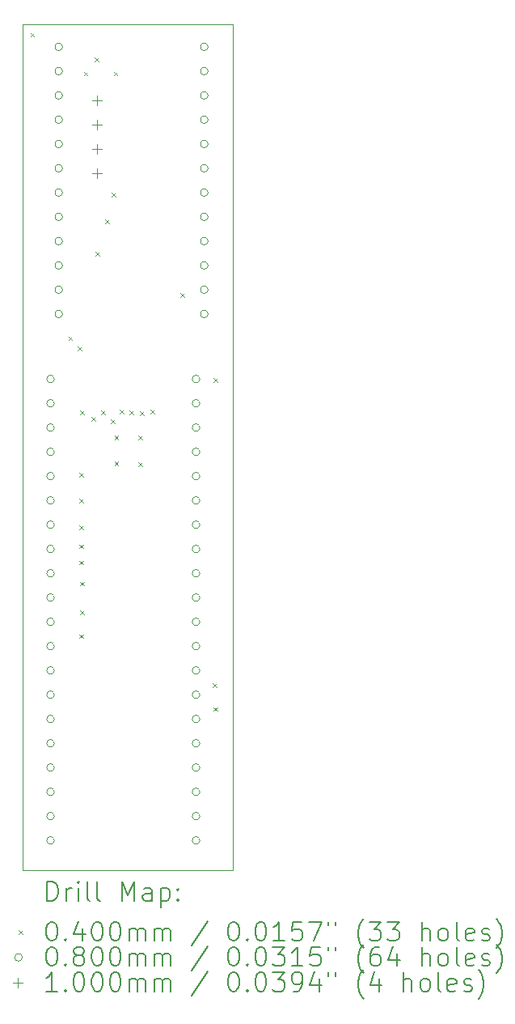
<source format=gbr>
%TF.GenerationSoftware,KiCad,Pcbnew,8.0.3*%
%TF.CreationDate,2024-06-20T16:00:32+02:00*%
%TF.ProjectId,adapter 8913-8910 long board reverse on air,61646170-7465-4722-9038-3931332d3839,rev?*%
%TF.SameCoordinates,Original*%
%TF.FileFunction,Drillmap*%
%TF.FilePolarity,Positive*%
%FSLAX45Y45*%
G04 Gerber Fmt 4.5, Leading zero omitted, Abs format (unit mm)*
G04 Created by KiCad (PCBNEW 8.0.3) date 2024-06-20 16:00:32*
%MOMM*%
%LPD*%
G01*
G04 APERTURE LIST*
%ADD10C,0.100000*%
%ADD11C,0.200000*%
G04 APERTURE END LIST*
D10*
X16140000Y-5850000D02*
X18340000Y-5850000D01*
X18340000Y-14700000D01*
X16140000Y-14700000D01*
X16140000Y-5850000D01*
D11*
D10*
X16219000Y-5940000D02*
X16259000Y-5980000D01*
X16259000Y-5940000D02*
X16219000Y-5980000D01*
X16619000Y-9115000D02*
X16659000Y-9155000D01*
X16659000Y-9115000D02*
X16619000Y-9155000D01*
X16718000Y-9218000D02*
X16758000Y-9258000D01*
X16758000Y-9218000D02*
X16718000Y-9258000D01*
X16734999Y-10540000D02*
X16774999Y-10580000D01*
X16774999Y-10540000D02*
X16734999Y-10580000D01*
X16734999Y-10810000D02*
X16774999Y-10850000D01*
X16774999Y-10810000D02*
X16734999Y-10850000D01*
X16734999Y-11090000D02*
X16774999Y-11130000D01*
X16774999Y-11090000D02*
X16734999Y-11130000D01*
X16734999Y-11290000D02*
X16774999Y-11330000D01*
X16774999Y-11290000D02*
X16734999Y-11330000D01*
X16734999Y-11460000D02*
X16774999Y-11500000D01*
X16774999Y-11460000D02*
X16734999Y-11500000D01*
X16734999Y-12230000D02*
X16774999Y-12270000D01*
X16774999Y-12230000D02*
X16734999Y-12270000D01*
X16740000Y-9890000D02*
X16780000Y-9930000D01*
X16780000Y-9890000D02*
X16740000Y-9930000D01*
X16740000Y-11680000D02*
X16780000Y-11720000D01*
X16780000Y-11680000D02*
X16740000Y-11720000D01*
X16740000Y-11980000D02*
X16780000Y-12020000D01*
X16780000Y-11980000D02*
X16740000Y-12020000D01*
X16780000Y-6346000D02*
X16820000Y-6386000D01*
X16820000Y-6346000D02*
X16780000Y-6386000D01*
X16860000Y-9960000D02*
X16900000Y-10000000D01*
X16900000Y-9960000D02*
X16860000Y-10000000D01*
X16895000Y-6199000D02*
X16935000Y-6239000D01*
X16935000Y-6199000D02*
X16895000Y-6239000D01*
X16902000Y-8228000D02*
X16942000Y-8268000D01*
X16942000Y-8228000D02*
X16902000Y-8268000D01*
X16960000Y-9890000D02*
X17000000Y-9930000D01*
X17000000Y-9890000D02*
X16960000Y-9930000D01*
X17004000Y-7890000D02*
X17044000Y-7930000D01*
X17044000Y-7890000D02*
X17004000Y-7930000D01*
X17060000Y-9980000D02*
X17100000Y-10020000D01*
X17100000Y-9980000D02*
X17060000Y-10020000D01*
X17068000Y-7613000D02*
X17108000Y-7653000D01*
X17108000Y-7613000D02*
X17068000Y-7653000D01*
X17092000Y-6345000D02*
X17132000Y-6385000D01*
X17132000Y-6345000D02*
X17092000Y-6385000D01*
X17100000Y-10150000D02*
X17140000Y-10190000D01*
X17140000Y-10150000D02*
X17100000Y-10190000D01*
X17100000Y-10425000D02*
X17140000Y-10465000D01*
X17140000Y-10425000D02*
X17100000Y-10465000D01*
X17154698Y-9883364D02*
X17194698Y-9923364D01*
X17194698Y-9883364D02*
X17154698Y-9923364D01*
X17255001Y-9890000D02*
X17295001Y-9930000D01*
X17295001Y-9890000D02*
X17255001Y-9930000D01*
X17350000Y-10150000D02*
X17390000Y-10190000D01*
X17390000Y-10150000D02*
X17350000Y-10190000D01*
X17350000Y-10430000D02*
X17390000Y-10470000D01*
X17390000Y-10430000D02*
X17350000Y-10470000D01*
X17370000Y-9900000D02*
X17410000Y-9940000D01*
X17410000Y-9900000D02*
X17370000Y-9940000D01*
X17480000Y-9880000D02*
X17520000Y-9920000D01*
X17520000Y-9880000D02*
X17480000Y-9920000D01*
X17790000Y-8660000D02*
X17830000Y-8700000D01*
X17830000Y-8660000D02*
X17790000Y-8700000D01*
X18131000Y-12741000D02*
X18171000Y-12781000D01*
X18171000Y-12741000D02*
X18131000Y-12781000D01*
X18135000Y-9549000D02*
X18175000Y-9589000D01*
X18175000Y-9549000D02*
X18135000Y-9589000D01*
X18138000Y-12993000D02*
X18178000Y-13033000D01*
X18178000Y-12993000D02*
X18138000Y-13033000D01*
X16470000Y-9560000D02*
G75*
G02*
X16390000Y-9560000I-40000J0D01*
G01*
X16390000Y-9560000D02*
G75*
G02*
X16470000Y-9560000I40000J0D01*
G01*
X16470000Y-9814000D02*
G75*
G02*
X16390000Y-9814000I-40000J0D01*
G01*
X16390000Y-9814000D02*
G75*
G02*
X16470000Y-9814000I40000J0D01*
G01*
X16470000Y-10068000D02*
G75*
G02*
X16390000Y-10068000I-40000J0D01*
G01*
X16390000Y-10068000D02*
G75*
G02*
X16470000Y-10068000I40000J0D01*
G01*
X16470000Y-10322000D02*
G75*
G02*
X16390000Y-10322000I-40000J0D01*
G01*
X16390000Y-10322000D02*
G75*
G02*
X16470000Y-10322000I40000J0D01*
G01*
X16470000Y-10576000D02*
G75*
G02*
X16390000Y-10576000I-40000J0D01*
G01*
X16390000Y-10576000D02*
G75*
G02*
X16470000Y-10576000I40000J0D01*
G01*
X16470000Y-10830000D02*
G75*
G02*
X16390000Y-10830000I-40000J0D01*
G01*
X16390000Y-10830000D02*
G75*
G02*
X16470000Y-10830000I40000J0D01*
G01*
X16470000Y-11084000D02*
G75*
G02*
X16390000Y-11084000I-40000J0D01*
G01*
X16390000Y-11084000D02*
G75*
G02*
X16470000Y-11084000I40000J0D01*
G01*
X16470000Y-11338000D02*
G75*
G02*
X16390000Y-11338000I-40000J0D01*
G01*
X16390000Y-11338000D02*
G75*
G02*
X16470000Y-11338000I40000J0D01*
G01*
X16470000Y-11592000D02*
G75*
G02*
X16390000Y-11592000I-40000J0D01*
G01*
X16390000Y-11592000D02*
G75*
G02*
X16470000Y-11592000I40000J0D01*
G01*
X16470000Y-11846000D02*
G75*
G02*
X16390000Y-11846000I-40000J0D01*
G01*
X16390000Y-11846000D02*
G75*
G02*
X16470000Y-11846000I40000J0D01*
G01*
X16470000Y-12100000D02*
G75*
G02*
X16390000Y-12100000I-40000J0D01*
G01*
X16390000Y-12100000D02*
G75*
G02*
X16470000Y-12100000I40000J0D01*
G01*
X16470000Y-12354000D02*
G75*
G02*
X16390000Y-12354000I-40000J0D01*
G01*
X16390000Y-12354000D02*
G75*
G02*
X16470000Y-12354000I40000J0D01*
G01*
X16470000Y-12608000D02*
G75*
G02*
X16390000Y-12608000I-40000J0D01*
G01*
X16390000Y-12608000D02*
G75*
G02*
X16470000Y-12608000I40000J0D01*
G01*
X16470000Y-12862000D02*
G75*
G02*
X16390000Y-12862000I-40000J0D01*
G01*
X16390000Y-12862000D02*
G75*
G02*
X16470000Y-12862000I40000J0D01*
G01*
X16470000Y-13116000D02*
G75*
G02*
X16390000Y-13116000I-40000J0D01*
G01*
X16390000Y-13116000D02*
G75*
G02*
X16470000Y-13116000I40000J0D01*
G01*
X16470000Y-13370000D02*
G75*
G02*
X16390000Y-13370000I-40000J0D01*
G01*
X16390000Y-13370000D02*
G75*
G02*
X16470000Y-13370000I40000J0D01*
G01*
X16470000Y-13624000D02*
G75*
G02*
X16390000Y-13624000I-40000J0D01*
G01*
X16390000Y-13624000D02*
G75*
G02*
X16470000Y-13624000I40000J0D01*
G01*
X16470000Y-13878000D02*
G75*
G02*
X16390000Y-13878000I-40000J0D01*
G01*
X16390000Y-13878000D02*
G75*
G02*
X16470000Y-13878000I40000J0D01*
G01*
X16470000Y-14132000D02*
G75*
G02*
X16390000Y-14132000I-40000J0D01*
G01*
X16390000Y-14132000D02*
G75*
G02*
X16470000Y-14132000I40000J0D01*
G01*
X16470000Y-14386000D02*
G75*
G02*
X16390000Y-14386000I-40000J0D01*
G01*
X16390000Y-14386000D02*
G75*
G02*
X16470000Y-14386000I40000J0D01*
G01*
X16556000Y-6086000D02*
G75*
G02*
X16476000Y-6086000I-40000J0D01*
G01*
X16476000Y-6086000D02*
G75*
G02*
X16556000Y-6086000I40000J0D01*
G01*
X16556000Y-6340000D02*
G75*
G02*
X16476000Y-6340000I-40000J0D01*
G01*
X16476000Y-6340000D02*
G75*
G02*
X16556000Y-6340000I40000J0D01*
G01*
X16556000Y-6594000D02*
G75*
G02*
X16476000Y-6594000I-40000J0D01*
G01*
X16476000Y-6594000D02*
G75*
G02*
X16556000Y-6594000I40000J0D01*
G01*
X16556000Y-6848000D02*
G75*
G02*
X16476000Y-6848000I-40000J0D01*
G01*
X16476000Y-6848000D02*
G75*
G02*
X16556000Y-6848000I40000J0D01*
G01*
X16556000Y-7102000D02*
G75*
G02*
X16476000Y-7102000I-40000J0D01*
G01*
X16476000Y-7102000D02*
G75*
G02*
X16556000Y-7102000I40000J0D01*
G01*
X16556000Y-7356000D02*
G75*
G02*
X16476000Y-7356000I-40000J0D01*
G01*
X16476000Y-7356000D02*
G75*
G02*
X16556000Y-7356000I40000J0D01*
G01*
X16556000Y-7610000D02*
G75*
G02*
X16476000Y-7610000I-40000J0D01*
G01*
X16476000Y-7610000D02*
G75*
G02*
X16556000Y-7610000I40000J0D01*
G01*
X16556000Y-7864000D02*
G75*
G02*
X16476000Y-7864000I-40000J0D01*
G01*
X16476000Y-7864000D02*
G75*
G02*
X16556000Y-7864000I40000J0D01*
G01*
X16556000Y-8118000D02*
G75*
G02*
X16476000Y-8118000I-40000J0D01*
G01*
X16476000Y-8118000D02*
G75*
G02*
X16556000Y-8118000I40000J0D01*
G01*
X16556000Y-8372000D02*
G75*
G02*
X16476000Y-8372000I-40000J0D01*
G01*
X16476000Y-8372000D02*
G75*
G02*
X16556000Y-8372000I40000J0D01*
G01*
X16556000Y-8626000D02*
G75*
G02*
X16476000Y-8626000I-40000J0D01*
G01*
X16476000Y-8626000D02*
G75*
G02*
X16556000Y-8626000I40000J0D01*
G01*
X16556000Y-8880000D02*
G75*
G02*
X16476000Y-8880000I-40000J0D01*
G01*
X16476000Y-8880000D02*
G75*
G02*
X16556000Y-8880000I40000J0D01*
G01*
X17994000Y-9560000D02*
G75*
G02*
X17914000Y-9560000I-40000J0D01*
G01*
X17914000Y-9560000D02*
G75*
G02*
X17994000Y-9560000I40000J0D01*
G01*
X17994000Y-9814000D02*
G75*
G02*
X17914000Y-9814000I-40000J0D01*
G01*
X17914000Y-9814000D02*
G75*
G02*
X17994000Y-9814000I40000J0D01*
G01*
X17994000Y-10068000D02*
G75*
G02*
X17914000Y-10068000I-40000J0D01*
G01*
X17914000Y-10068000D02*
G75*
G02*
X17994000Y-10068000I40000J0D01*
G01*
X17994000Y-10322000D02*
G75*
G02*
X17914000Y-10322000I-40000J0D01*
G01*
X17914000Y-10322000D02*
G75*
G02*
X17994000Y-10322000I40000J0D01*
G01*
X17994000Y-10576000D02*
G75*
G02*
X17914000Y-10576000I-40000J0D01*
G01*
X17914000Y-10576000D02*
G75*
G02*
X17994000Y-10576000I40000J0D01*
G01*
X17994000Y-10830000D02*
G75*
G02*
X17914000Y-10830000I-40000J0D01*
G01*
X17914000Y-10830000D02*
G75*
G02*
X17994000Y-10830000I40000J0D01*
G01*
X17994000Y-11084000D02*
G75*
G02*
X17914000Y-11084000I-40000J0D01*
G01*
X17914000Y-11084000D02*
G75*
G02*
X17994000Y-11084000I40000J0D01*
G01*
X17994000Y-11338000D02*
G75*
G02*
X17914000Y-11338000I-40000J0D01*
G01*
X17914000Y-11338000D02*
G75*
G02*
X17994000Y-11338000I40000J0D01*
G01*
X17994000Y-11592000D02*
G75*
G02*
X17914000Y-11592000I-40000J0D01*
G01*
X17914000Y-11592000D02*
G75*
G02*
X17994000Y-11592000I40000J0D01*
G01*
X17994000Y-11846000D02*
G75*
G02*
X17914000Y-11846000I-40000J0D01*
G01*
X17914000Y-11846000D02*
G75*
G02*
X17994000Y-11846000I40000J0D01*
G01*
X17994000Y-12100000D02*
G75*
G02*
X17914000Y-12100000I-40000J0D01*
G01*
X17914000Y-12100000D02*
G75*
G02*
X17994000Y-12100000I40000J0D01*
G01*
X17994000Y-12354000D02*
G75*
G02*
X17914000Y-12354000I-40000J0D01*
G01*
X17914000Y-12354000D02*
G75*
G02*
X17994000Y-12354000I40000J0D01*
G01*
X17994000Y-12608000D02*
G75*
G02*
X17914000Y-12608000I-40000J0D01*
G01*
X17914000Y-12608000D02*
G75*
G02*
X17994000Y-12608000I40000J0D01*
G01*
X17994000Y-12862000D02*
G75*
G02*
X17914000Y-12862000I-40000J0D01*
G01*
X17914000Y-12862000D02*
G75*
G02*
X17994000Y-12862000I40000J0D01*
G01*
X17994000Y-13116000D02*
G75*
G02*
X17914000Y-13116000I-40000J0D01*
G01*
X17914000Y-13116000D02*
G75*
G02*
X17994000Y-13116000I40000J0D01*
G01*
X17994000Y-13370000D02*
G75*
G02*
X17914000Y-13370000I-40000J0D01*
G01*
X17914000Y-13370000D02*
G75*
G02*
X17994000Y-13370000I40000J0D01*
G01*
X17994000Y-13624000D02*
G75*
G02*
X17914000Y-13624000I-40000J0D01*
G01*
X17914000Y-13624000D02*
G75*
G02*
X17994000Y-13624000I40000J0D01*
G01*
X17994000Y-13878000D02*
G75*
G02*
X17914000Y-13878000I-40000J0D01*
G01*
X17914000Y-13878000D02*
G75*
G02*
X17994000Y-13878000I40000J0D01*
G01*
X17994000Y-14132000D02*
G75*
G02*
X17914000Y-14132000I-40000J0D01*
G01*
X17914000Y-14132000D02*
G75*
G02*
X17994000Y-14132000I40000J0D01*
G01*
X17994000Y-14386000D02*
G75*
G02*
X17914000Y-14386000I-40000J0D01*
G01*
X17914000Y-14386000D02*
G75*
G02*
X17994000Y-14386000I40000J0D01*
G01*
X18080000Y-6086000D02*
G75*
G02*
X18000000Y-6086000I-40000J0D01*
G01*
X18000000Y-6086000D02*
G75*
G02*
X18080000Y-6086000I40000J0D01*
G01*
X18080000Y-6340000D02*
G75*
G02*
X18000000Y-6340000I-40000J0D01*
G01*
X18000000Y-6340000D02*
G75*
G02*
X18080000Y-6340000I40000J0D01*
G01*
X18080000Y-6594000D02*
G75*
G02*
X18000000Y-6594000I-40000J0D01*
G01*
X18000000Y-6594000D02*
G75*
G02*
X18080000Y-6594000I40000J0D01*
G01*
X18080000Y-6848000D02*
G75*
G02*
X18000000Y-6848000I-40000J0D01*
G01*
X18000000Y-6848000D02*
G75*
G02*
X18080000Y-6848000I40000J0D01*
G01*
X18080000Y-7102000D02*
G75*
G02*
X18000000Y-7102000I-40000J0D01*
G01*
X18000000Y-7102000D02*
G75*
G02*
X18080000Y-7102000I40000J0D01*
G01*
X18080000Y-7356000D02*
G75*
G02*
X18000000Y-7356000I-40000J0D01*
G01*
X18000000Y-7356000D02*
G75*
G02*
X18080000Y-7356000I40000J0D01*
G01*
X18080000Y-7610000D02*
G75*
G02*
X18000000Y-7610000I-40000J0D01*
G01*
X18000000Y-7610000D02*
G75*
G02*
X18080000Y-7610000I40000J0D01*
G01*
X18080000Y-7864000D02*
G75*
G02*
X18000000Y-7864000I-40000J0D01*
G01*
X18000000Y-7864000D02*
G75*
G02*
X18080000Y-7864000I40000J0D01*
G01*
X18080000Y-8118000D02*
G75*
G02*
X18000000Y-8118000I-40000J0D01*
G01*
X18000000Y-8118000D02*
G75*
G02*
X18080000Y-8118000I40000J0D01*
G01*
X18080000Y-8372000D02*
G75*
G02*
X18000000Y-8372000I-40000J0D01*
G01*
X18000000Y-8372000D02*
G75*
G02*
X18080000Y-8372000I40000J0D01*
G01*
X18080000Y-8626000D02*
G75*
G02*
X18000000Y-8626000I-40000J0D01*
G01*
X18000000Y-8626000D02*
G75*
G02*
X18080000Y-8626000I40000J0D01*
G01*
X18080000Y-8880000D02*
G75*
G02*
X18000000Y-8880000I-40000J0D01*
G01*
X18000000Y-8880000D02*
G75*
G02*
X18080000Y-8880000I40000J0D01*
G01*
X16920000Y-6596000D02*
X16920000Y-6696000D01*
X16870000Y-6646000D02*
X16970000Y-6646000D01*
X16920000Y-6850000D02*
X16920000Y-6950000D01*
X16870000Y-6900000D02*
X16970000Y-6900000D01*
X16920000Y-7104000D02*
X16920000Y-7204000D01*
X16870000Y-7154000D02*
X16970000Y-7154000D01*
X16920000Y-7358000D02*
X16920000Y-7458000D01*
X16870000Y-7408000D02*
X16970000Y-7408000D01*
D11*
X16395777Y-15016484D02*
X16395777Y-14816484D01*
X16395777Y-14816484D02*
X16443396Y-14816484D01*
X16443396Y-14816484D02*
X16471967Y-14826008D01*
X16471967Y-14826008D02*
X16491015Y-14845055D01*
X16491015Y-14845055D02*
X16500539Y-14864103D01*
X16500539Y-14864103D02*
X16510062Y-14902198D01*
X16510062Y-14902198D02*
X16510062Y-14930769D01*
X16510062Y-14930769D02*
X16500539Y-14968865D01*
X16500539Y-14968865D02*
X16491015Y-14987912D01*
X16491015Y-14987912D02*
X16471967Y-15006960D01*
X16471967Y-15006960D02*
X16443396Y-15016484D01*
X16443396Y-15016484D02*
X16395777Y-15016484D01*
X16595777Y-15016484D02*
X16595777Y-14883150D01*
X16595777Y-14921246D02*
X16605301Y-14902198D01*
X16605301Y-14902198D02*
X16614824Y-14892674D01*
X16614824Y-14892674D02*
X16633872Y-14883150D01*
X16633872Y-14883150D02*
X16652920Y-14883150D01*
X16719586Y-15016484D02*
X16719586Y-14883150D01*
X16719586Y-14816484D02*
X16710062Y-14826008D01*
X16710062Y-14826008D02*
X16719586Y-14835531D01*
X16719586Y-14835531D02*
X16729110Y-14826008D01*
X16729110Y-14826008D02*
X16719586Y-14816484D01*
X16719586Y-14816484D02*
X16719586Y-14835531D01*
X16843396Y-15016484D02*
X16824348Y-15006960D01*
X16824348Y-15006960D02*
X16814824Y-14987912D01*
X16814824Y-14987912D02*
X16814824Y-14816484D01*
X16948158Y-15016484D02*
X16929110Y-15006960D01*
X16929110Y-15006960D02*
X16919586Y-14987912D01*
X16919586Y-14987912D02*
X16919586Y-14816484D01*
X17176729Y-15016484D02*
X17176729Y-14816484D01*
X17176729Y-14816484D02*
X17243396Y-14959341D01*
X17243396Y-14959341D02*
X17310063Y-14816484D01*
X17310063Y-14816484D02*
X17310063Y-15016484D01*
X17491015Y-15016484D02*
X17491015Y-14911722D01*
X17491015Y-14911722D02*
X17481491Y-14892674D01*
X17481491Y-14892674D02*
X17462444Y-14883150D01*
X17462444Y-14883150D02*
X17424348Y-14883150D01*
X17424348Y-14883150D02*
X17405301Y-14892674D01*
X17491015Y-15006960D02*
X17471967Y-15016484D01*
X17471967Y-15016484D02*
X17424348Y-15016484D01*
X17424348Y-15016484D02*
X17405301Y-15006960D01*
X17405301Y-15006960D02*
X17395777Y-14987912D01*
X17395777Y-14987912D02*
X17395777Y-14968865D01*
X17395777Y-14968865D02*
X17405301Y-14949817D01*
X17405301Y-14949817D02*
X17424348Y-14940293D01*
X17424348Y-14940293D02*
X17471967Y-14940293D01*
X17471967Y-14940293D02*
X17491015Y-14930769D01*
X17586253Y-14883150D02*
X17586253Y-15083150D01*
X17586253Y-14892674D02*
X17605301Y-14883150D01*
X17605301Y-14883150D02*
X17643396Y-14883150D01*
X17643396Y-14883150D02*
X17662444Y-14892674D01*
X17662444Y-14892674D02*
X17671967Y-14902198D01*
X17671967Y-14902198D02*
X17681491Y-14921246D01*
X17681491Y-14921246D02*
X17681491Y-14978388D01*
X17681491Y-14978388D02*
X17671967Y-14997436D01*
X17671967Y-14997436D02*
X17662444Y-15006960D01*
X17662444Y-15006960D02*
X17643396Y-15016484D01*
X17643396Y-15016484D02*
X17605301Y-15016484D01*
X17605301Y-15016484D02*
X17586253Y-15006960D01*
X17767205Y-14997436D02*
X17776729Y-15006960D01*
X17776729Y-15006960D02*
X17767205Y-15016484D01*
X17767205Y-15016484D02*
X17757682Y-15006960D01*
X17757682Y-15006960D02*
X17767205Y-14997436D01*
X17767205Y-14997436D02*
X17767205Y-15016484D01*
X17767205Y-14892674D02*
X17776729Y-14902198D01*
X17776729Y-14902198D02*
X17767205Y-14911722D01*
X17767205Y-14911722D02*
X17757682Y-14902198D01*
X17757682Y-14902198D02*
X17767205Y-14892674D01*
X17767205Y-14892674D02*
X17767205Y-14911722D01*
D10*
X16095000Y-15325000D02*
X16135000Y-15365000D01*
X16135000Y-15325000D02*
X16095000Y-15365000D01*
D11*
X16433872Y-15236484D02*
X16452920Y-15236484D01*
X16452920Y-15236484D02*
X16471967Y-15246008D01*
X16471967Y-15246008D02*
X16481491Y-15255531D01*
X16481491Y-15255531D02*
X16491015Y-15274579D01*
X16491015Y-15274579D02*
X16500539Y-15312674D01*
X16500539Y-15312674D02*
X16500539Y-15360293D01*
X16500539Y-15360293D02*
X16491015Y-15398388D01*
X16491015Y-15398388D02*
X16481491Y-15417436D01*
X16481491Y-15417436D02*
X16471967Y-15426960D01*
X16471967Y-15426960D02*
X16452920Y-15436484D01*
X16452920Y-15436484D02*
X16433872Y-15436484D01*
X16433872Y-15436484D02*
X16414824Y-15426960D01*
X16414824Y-15426960D02*
X16405301Y-15417436D01*
X16405301Y-15417436D02*
X16395777Y-15398388D01*
X16395777Y-15398388D02*
X16386253Y-15360293D01*
X16386253Y-15360293D02*
X16386253Y-15312674D01*
X16386253Y-15312674D02*
X16395777Y-15274579D01*
X16395777Y-15274579D02*
X16405301Y-15255531D01*
X16405301Y-15255531D02*
X16414824Y-15246008D01*
X16414824Y-15246008D02*
X16433872Y-15236484D01*
X16586253Y-15417436D02*
X16595777Y-15426960D01*
X16595777Y-15426960D02*
X16586253Y-15436484D01*
X16586253Y-15436484D02*
X16576729Y-15426960D01*
X16576729Y-15426960D02*
X16586253Y-15417436D01*
X16586253Y-15417436D02*
X16586253Y-15436484D01*
X16767205Y-15303150D02*
X16767205Y-15436484D01*
X16719586Y-15226960D02*
X16671967Y-15369817D01*
X16671967Y-15369817D02*
X16795777Y-15369817D01*
X16910063Y-15236484D02*
X16929110Y-15236484D01*
X16929110Y-15236484D02*
X16948158Y-15246008D01*
X16948158Y-15246008D02*
X16957682Y-15255531D01*
X16957682Y-15255531D02*
X16967205Y-15274579D01*
X16967205Y-15274579D02*
X16976729Y-15312674D01*
X16976729Y-15312674D02*
X16976729Y-15360293D01*
X16976729Y-15360293D02*
X16967205Y-15398388D01*
X16967205Y-15398388D02*
X16957682Y-15417436D01*
X16957682Y-15417436D02*
X16948158Y-15426960D01*
X16948158Y-15426960D02*
X16929110Y-15436484D01*
X16929110Y-15436484D02*
X16910063Y-15436484D01*
X16910063Y-15436484D02*
X16891015Y-15426960D01*
X16891015Y-15426960D02*
X16881491Y-15417436D01*
X16881491Y-15417436D02*
X16871967Y-15398388D01*
X16871967Y-15398388D02*
X16862444Y-15360293D01*
X16862444Y-15360293D02*
X16862444Y-15312674D01*
X16862444Y-15312674D02*
X16871967Y-15274579D01*
X16871967Y-15274579D02*
X16881491Y-15255531D01*
X16881491Y-15255531D02*
X16891015Y-15246008D01*
X16891015Y-15246008D02*
X16910063Y-15236484D01*
X17100539Y-15236484D02*
X17119586Y-15236484D01*
X17119586Y-15236484D02*
X17138634Y-15246008D01*
X17138634Y-15246008D02*
X17148158Y-15255531D01*
X17148158Y-15255531D02*
X17157682Y-15274579D01*
X17157682Y-15274579D02*
X17167205Y-15312674D01*
X17167205Y-15312674D02*
X17167205Y-15360293D01*
X17167205Y-15360293D02*
X17157682Y-15398388D01*
X17157682Y-15398388D02*
X17148158Y-15417436D01*
X17148158Y-15417436D02*
X17138634Y-15426960D01*
X17138634Y-15426960D02*
X17119586Y-15436484D01*
X17119586Y-15436484D02*
X17100539Y-15436484D01*
X17100539Y-15436484D02*
X17081491Y-15426960D01*
X17081491Y-15426960D02*
X17071967Y-15417436D01*
X17071967Y-15417436D02*
X17062444Y-15398388D01*
X17062444Y-15398388D02*
X17052920Y-15360293D01*
X17052920Y-15360293D02*
X17052920Y-15312674D01*
X17052920Y-15312674D02*
X17062444Y-15274579D01*
X17062444Y-15274579D02*
X17071967Y-15255531D01*
X17071967Y-15255531D02*
X17081491Y-15246008D01*
X17081491Y-15246008D02*
X17100539Y-15236484D01*
X17252920Y-15436484D02*
X17252920Y-15303150D01*
X17252920Y-15322198D02*
X17262444Y-15312674D01*
X17262444Y-15312674D02*
X17281491Y-15303150D01*
X17281491Y-15303150D02*
X17310063Y-15303150D01*
X17310063Y-15303150D02*
X17329110Y-15312674D01*
X17329110Y-15312674D02*
X17338634Y-15331722D01*
X17338634Y-15331722D02*
X17338634Y-15436484D01*
X17338634Y-15331722D02*
X17348158Y-15312674D01*
X17348158Y-15312674D02*
X17367205Y-15303150D01*
X17367205Y-15303150D02*
X17395777Y-15303150D01*
X17395777Y-15303150D02*
X17414825Y-15312674D01*
X17414825Y-15312674D02*
X17424348Y-15331722D01*
X17424348Y-15331722D02*
X17424348Y-15436484D01*
X17519586Y-15436484D02*
X17519586Y-15303150D01*
X17519586Y-15322198D02*
X17529110Y-15312674D01*
X17529110Y-15312674D02*
X17548158Y-15303150D01*
X17548158Y-15303150D02*
X17576729Y-15303150D01*
X17576729Y-15303150D02*
X17595777Y-15312674D01*
X17595777Y-15312674D02*
X17605301Y-15331722D01*
X17605301Y-15331722D02*
X17605301Y-15436484D01*
X17605301Y-15331722D02*
X17614825Y-15312674D01*
X17614825Y-15312674D02*
X17633872Y-15303150D01*
X17633872Y-15303150D02*
X17662444Y-15303150D01*
X17662444Y-15303150D02*
X17681491Y-15312674D01*
X17681491Y-15312674D02*
X17691015Y-15331722D01*
X17691015Y-15331722D02*
X17691015Y-15436484D01*
X18081491Y-15226960D02*
X17910063Y-15484103D01*
X18338634Y-15236484D02*
X18357682Y-15236484D01*
X18357682Y-15236484D02*
X18376729Y-15246008D01*
X18376729Y-15246008D02*
X18386253Y-15255531D01*
X18386253Y-15255531D02*
X18395777Y-15274579D01*
X18395777Y-15274579D02*
X18405301Y-15312674D01*
X18405301Y-15312674D02*
X18405301Y-15360293D01*
X18405301Y-15360293D02*
X18395777Y-15398388D01*
X18395777Y-15398388D02*
X18386253Y-15417436D01*
X18386253Y-15417436D02*
X18376729Y-15426960D01*
X18376729Y-15426960D02*
X18357682Y-15436484D01*
X18357682Y-15436484D02*
X18338634Y-15436484D01*
X18338634Y-15436484D02*
X18319587Y-15426960D01*
X18319587Y-15426960D02*
X18310063Y-15417436D01*
X18310063Y-15417436D02*
X18300539Y-15398388D01*
X18300539Y-15398388D02*
X18291015Y-15360293D01*
X18291015Y-15360293D02*
X18291015Y-15312674D01*
X18291015Y-15312674D02*
X18300539Y-15274579D01*
X18300539Y-15274579D02*
X18310063Y-15255531D01*
X18310063Y-15255531D02*
X18319587Y-15246008D01*
X18319587Y-15246008D02*
X18338634Y-15236484D01*
X18491015Y-15417436D02*
X18500539Y-15426960D01*
X18500539Y-15426960D02*
X18491015Y-15436484D01*
X18491015Y-15436484D02*
X18481491Y-15426960D01*
X18481491Y-15426960D02*
X18491015Y-15417436D01*
X18491015Y-15417436D02*
X18491015Y-15436484D01*
X18624348Y-15236484D02*
X18643396Y-15236484D01*
X18643396Y-15236484D02*
X18662444Y-15246008D01*
X18662444Y-15246008D02*
X18671968Y-15255531D01*
X18671968Y-15255531D02*
X18681491Y-15274579D01*
X18681491Y-15274579D02*
X18691015Y-15312674D01*
X18691015Y-15312674D02*
X18691015Y-15360293D01*
X18691015Y-15360293D02*
X18681491Y-15398388D01*
X18681491Y-15398388D02*
X18671968Y-15417436D01*
X18671968Y-15417436D02*
X18662444Y-15426960D01*
X18662444Y-15426960D02*
X18643396Y-15436484D01*
X18643396Y-15436484D02*
X18624348Y-15436484D01*
X18624348Y-15436484D02*
X18605301Y-15426960D01*
X18605301Y-15426960D02*
X18595777Y-15417436D01*
X18595777Y-15417436D02*
X18586253Y-15398388D01*
X18586253Y-15398388D02*
X18576729Y-15360293D01*
X18576729Y-15360293D02*
X18576729Y-15312674D01*
X18576729Y-15312674D02*
X18586253Y-15274579D01*
X18586253Y-15274579D02*
X18595777Y-15255531D01*
X18595777Y-15255531D02*
X18605301Y-15246008D01*
X18605301Y-15246008D02*
X18624348Y-15236484D01*
X18881491Y-15436484D02*
X18767206Y-15436484D01*
X18824348Y-15436484D02*
X18824348Y-15236484D01*
X18824348Y-15236484D02*
X18805301Y-15265055D01*
X18805301Y-15265055D02*
X18786253Y-15284103D01*
X18786253Y-15284103D02*
X18767206Y-15293627D01*
X19062444Y-15236484D02*
X18967206Y-15236484D01*
X18967206Y-15236484D02*
X18957682Y-15331722D01*
X18957682Y-15331722D02*
X18967206Y-15322198D01*
X18967206Y-15322198D02*
X18986253Y-15312674D01*
X18986253Y-15312674D02*
X19033872Y-15312674D01*
X19033872Y-15312674D02*
X19052920Y-15322198D01*
X19052920Y-15322198D02*
X19062444Y-15331722D01*
X19062444Y-15331722D02*
X19071968Y-15350769D01*
X19071968Y-15350769D02*
X19071968Y-15398388D01*
X19071968Y-15398388D02*
X19062444Y-15417436D01*
X19062444Y-15417436D02*
X19052920Y-15426960D01*
X19052920Y-15426960D02*
X19033872Y-15436484D01*
X19033872Y-15436484D02*
X18986253Y-15436484D01*
X18986253Y-15436484D02*
X18967206Y-15426960D01*
X18967206Y-15426960D02*
X18957682Y-15417436D01*
X19138634Y-15236484D02*
X19271968Y-15236484D01*
X19271968Y-15236484D02*
X19186253Y-15436484D01*
X19338634Y-15236484D02*
X19338634Y-15274579D01*
X19414825Y-15236484D02*
X19414825Y-15274579D01*
X19710063Y-15512674D02*
X19700539Y-15503150D01*
X19700539Y-15503150D02*
X19681491Y-15474579D01*
X19681491Y-15474579D02*
X19671968Y-15455531D01*
X19671968Y-15455531D02*
X19662444Y-15426960D01*
X19662444Y-15426960D02*
X19652920Y-15379341D01*
X19652920Y-15379341D02*
X19652920Y-15341246D01*
X19652920Y-15341246D02*
X19662444Y-15293627D01*
X19662444Y-15293627D02*
X19671968Y-15265055D01*
X19671968Y-15265055D02*
X19681491Y-15246008D01*
X19681491Y-15246008D02*
X19700539Y-15217436D01*
X19700539Y-15217436D02*
X19710063Y-15207912D01*
X19767206Y-15236484D02*
X19891015Y-15236484D01*
X19891015Y-15236484D02*
X19824349Y-15312674D01*
X19824349Y-15312674D02*
X19852920Y-15312674D01*
X19852920Y-15312674D02*
X19871968Y-15322198D01*
X19871968Y-15322198D02*
X19881491Y-15331722D01*
X19881491Y-15331722D02*
X19891015Y-15350769D01*
X19891015Y-15350769D02*
X19891015Y-15398388D01*
X19891015Y-15398388D02*
X19881491Y-15417436D01*
X19881491Y-15417436D02*
X19871968Y-15426960D01*
X19871968Y-15426960D02*
X19852920Y-15436484D01*
X19852920Y-15436484D02*
X19795777Y-15436484D01*
X19795777Y-15436484D02*
X19776730Y-15426960D01*
X19776730Y-15426960D02*
X19767206Y-15417436D01*
X19957682Y-15236484D02*
X20081491Y-15236484D01*
X20081491Y-15236484D02*
X20014825Y-15312674D01*
X20014825Y-15312674D02*
X20043396Y-15312674D01*
X20043396Y-15312674D02*
X20062444Y-15322198D01*
X20062444Y-15322198D02*
X20071968Y-15331722D01*
X20071968Y-15331722D02*
X20081491Y-15350769D01*
X20081491Y-15350769D02*
X20081491Y-15398388D01*
X20081491Y-15398388D02*
X20071968Y-15417436D01*
X20071968Y-15417436D02*
X20062444Y-15426960D01*
X20062444Y-15426960D02*
X20043396Y-15436484D01*
X20043396Y-15436484D02*
X19986253Y-15436484D01*
X19986253Y-15436484D02*
X19967206Y-15426960D01*
X19967206Y-15426960D02*
X19957682Y-15417436D01*
X20319587Y-15436484D02*
X20319587Y-15236484D01*
X20405301Y-15436484D02*
X20405301Y-15331722D01*
X20405301Y-15331722D02*
X20395777Y-15312674D01*
X20395777Y-15312674D02*
X20376730Y-15303150D01*
X20376730Y-15303150D02*
X20348158Y-15303150D01*
X20348158Y-15303150D02*
X20329111Y-15312674D01*
X20329111Y-15312674D02*
X20319587Y-15322198D01*
X20529111Y-15436484D02*
X20510063Y-15426960D01*
X20510063Y-15426960D02*
X20500539Y-15417436D01*
X20500539Y-15417436D02*
X20491015Y-15398388D01*
X20491015Y-15398388D02*
X20491015Y-15341246D01*
X20491015Y-15341246D02*
X20500539Y-15322198D01*
X20500539Y-15322198D02*
X20510063Y-15312674D01*
X20510063Y-15312674D02*
X20529111Y-15303150D01*
X20529111Y-15303150D02*
X20557682Y-15303150D01*
X20557682Y-15303150D02*
X20576730Y-15312674D01*
X20576730Y-15312674D02*
X20586253Y-15322198D01*
X20586253Y-15322198D02*
X20595777Y-15341246D01*
X20595777Y-15341246D02*
X20595777Y-15398388D01*
X20595777Y-15398388D02*
X20586253Y-15417436D01*
X20586253Y-15417436D02*
X20576730Y-15426960D01*
X20576730Y-15426960D02*
X20557682Y-15436484D01*
X20557682Y-15436484D02*
X20529111Y-15436484D01*
X20710063Y-15436484D02*
X20691015Y-15426960D01*
X20691015Y-15426960D02*
X20681492Y-15407912D01*
X20681492Y-15407912D02*
X20681492Y-15236484D01*
X20862444Y-15426960D02*
X20843396Y-15436484D01*
X20843396Y-15436484D02*
X20805301Y-15436484D01*
X20805301Y-15436484D02*
X20786253Y-15426960D01*
X20786253Y-15426960D02*
X20776730Y-15407912D01*
X20776730Y-15407912D02*
X20776730Y-15331722D01*
X20776730Y-15331722D02*
X20786253Y-15312674D01*
X20786253Y-15312674D02*
X20805301Y-15303150D01*
X20805301Y-15303150D02*
X20843396Y-15303150D01*
X20843396Y-15303150D02*
X20862444Y-15312674D01*
X20862444Y-15312674D02*
X20871968Y-15331722D01*
X20871968Y-15331722D02*
X20871968Y-15350769D01*
X20871968Y-15350769D02*
X20776730Y-15369817D01*
X20948158Y-15426960D02*
X20967206Y-15436484D01*
X20967206Y-15436484D02*
X21005301Y-15436484D01*
X21005301Y-15436484D02*
X21024349Y-15426960D01*
X21024349Y-15426960D02*
X21033873Y-15407912D01*
X21033873Y-15407912D02*
X21033873Y-15398388D01*
X21033873Y-15398388D02*
X21024349Y-15379341D01*
X21024349Y-15379341D02*
X21005301Y-15369817D01*
X21005301Y-15369817D02*
X20976730Y-15369817D01*
X20976730Y-15369817D02*
X20957682Y-15360293D01*
X20957682Y-15360293D02*
X20948158Y-15341246D01*
X20948158Y-15341246D02*
X20948158Y-15331722D01*
X20948158Y-15331722D02*
X20957682Y-15312674D01*
X20957682Y-15312674D02*
X20976730Y-15303150D01*
X20976730Y-15303150D02*
X21005301Y-15303150D01*
X21005301Y-15303150D02*
X21024349Y-15312674D01*
X21100539Y-15512674D02*
X21110063Y-15503150D01*
X21110063Y-15503150D02*
X21129111Y-15474579D01*
X21129111Y-15474579D02*
X21138634Y-15455531D01*
X21138634Y-15455531D02*
X21148158Y-15426960D01*
X21148158Y-15426960D02*
X21157682Y-15379341D01*
X21157682Y-15379341D02*
X21157682Y-15341246D01*
X21157682Y-15341246D02*
X21148158Y-15293627D01*
X21148158Y-15293627D02*
X21138634Y-15265055D01*
X21138634Y-15265055D02*
X21129111Y-15246008D01*
X21129111Y-15246008D02*
X21110063Y-15217436D01*
X21110063Y-15217436D02*
X21100539Y-15207912D01*
D10*
X16135000Y-15609000D02*
G75*
G02*
X16055000Y-15609000I-40000J0D01*
G01*
X16055000Y-15609000D02*
G75*
G02*
X16135000Y-15609000I40000J0D01*
G01*
D11*
X16433872Y-15500484D02*
X16452920Y-15500484D01*
X16452920Y-15500484D02*
X16471967Y-15510008D01*
X16471967Y-15510008D02*
X16481491Y-15519531D01*
X16481491Y-15519531D02*
X16491015Y-15538579D01*
X16491015Y-15538579D02*
X16500539Y-15576674D01*
X16500539Y-15576674D02*
X16500539Y-15624293D01*
X16500539Y-15624293D02*
X16491015Y-15662388D01*
X16491015Y-15662388D02*
X16481491Y-15681436D01*
X16481491Y-15681436D02*
X16471967Y-15690960D01*
X16471967Y-15690960D02*
X16452920Y-15700484D01*
X16452920Y-15700484D02*
X16433872Y-15700484D01*
X16433872Y-15700484D02*
X16414824Y-15690960D01*
X16414824Y-15690960D02*
X16405301Y-15681436D01*
X16405301Y-15681436D02*
X16395777Y-15662388D01*
X16395777Y-15662388D02*
X16386253Y-15624293D01*
X16386253Y-15624293D02*
X16386253Y-15576674D01*
X16386253Y-15576674D02*
X16395777Y-15538579D01*
X16395777Y-15538579D02*
X16405301Y-15519531D01*
X16405301Y-15519531D02*
X16414824Y-15510008D01*
X16414824Y-15510008D02*
X16433872Y-15500484D01*
X16586253Y-15681436D02*
X16595777Y-15690960D01*
X16595777Y-15690960D02*
X16586253Y-15700484D01*
X16586253Y-15700484D02*
X16576729Y-15690960D01*
X16576729Y-15690960D02*
X16586253Y-15681436D01*
X16586253Y-15681436D02*
X16586253Y-15700484D01*
X16710062Y-15586198D02*
X16691015Y-15576674D01*
X16691015Y-15576674D02*
X16681491Y-15567150D01*
X16681491Y-15567150D02*
X16671967Y-15548103D01*
X16671967Y-15548103D02*
X16671967Y-15538579D01*
X16671967Y-15538579D02*
X16681491Y-15519531D01*
X16681491Y-15519531D02*
X16691015Y-15510008D01*
X16691015Y-15510008D02*
X16710062Y-15500484D01*
X16710062Y-15500484D02*
X16748158Y-15500484D01*
X16748158Y-15500484D02*
X16767205Y-15510008D01*
X16767205Y-15510008D02*
X16776729Y-15519531D01*
X16776729Y-15519531D02*
X16786253Y-15538579D01*
X16786253Y-15538579D02*
X16786253Y-15548103D01*
X16786253Y-15548103D02*
X16776729Y-15567150D01*
X16776729Y-15567150D02*
X16767205Y-15576674D01*
X16767205Y-15576674D02*
X16748158Y-15586198D01*
X16748158Y-15586198D02*
X16710062Y-15586198D01*
X16710062Y-15586198D02*
X16691015Y-15595722D01*
X16691015Y-15595722D02*
X16681491Y-15605246D01*
X16681491Y-15605246D02*
X16671967Y-15624293D01*
X16671967Y-15624293D02*
X16671967Y-15662388D01*
X16671967Y-15662388D02*
X16681491Y-15681436D01*
X16681491Y-15681436D02*
X16691015Y-15690960D01*
X16691015Y-15690960D02*
X16710062Y-15700484D01*
X16710062Y-15700484D02*
X16748158Y-15700484D01*
X16748158Y-15700484D02*
X16767205Y-15690960D01*
X16767205Y-15690960D02*
X16776729Y-15681436D01*
X16776729Y-15681436D02*
X16786253Y-15662388D01*
X16786253Y-15662388D02*
X16786253Y-15624293D01*
X16786253Y-15624293D02*
X16776729Y-15605246D01*
X16776729Y-15605246D02*
X16767205Y-15595722D01*
X16767205Y-15595722D02*
X16748158Y-15586198D01*
X16910063Y-15500484D02*
X16929110Y-15500484D01*
X16929110Y-15500484D02*
X16948158Y-15510008D01*
X16948158Y-15510008D02*
X16957682Y-15519531D01*
X16957682Y-15519531D02*
X16967205Y-15538579D01*
X16967205Y-15538579D02*
X16976729Y-15576674D01*
X16976729Y-15576674D02*
X16976729Y-15624293D01*
X16976729Y-15624293D02*
X16967205Y-15662388D01*
X16967205Y-15662388D02*
X16957682Y-15681436D01*
X16957682Y-15681436D02*
X16948158Y-15690960D01*
X16948158Y-15690960D02*
X16929110Y-15700484D01*
X16929110Y-15700484D02*
X16910063Y-15700484D01*
X16910063Y-15700484D02*
X16891015Y-15690960D01*
X16891015Y-15690960D02*
X16881491Y-15681436D01*
X16881491Y-15681436D02*
X16871967Y-15662388D01*
X16871967Y-15662388D02*
X16862444Y-15624293D01*
X16862444Y-15624293D02*
X16862444Y-15576674D01*
X16862444Y-15576674D02*
X16871967Y-15538579D01*
X16871967Y-15538579D02*
X16881491Y-15519531D01*
X16881491Y-15519531D02*
X16891015Y-15510008D01*
X16891015Y-15510008D02*
X16910063Y-15500484D01*
X17100539Y-15500484D02*
X17119586Y-15500484D01*
X17119586Y-15500484D02*
X17138634Y-15510008D01*
X17138634Y-15510008D02*
X17148158Y-15519531D01*
X17148158Y-15519531D02*
X17157682Y-15538579D01*
X17157682Y-15538579D02*
X17167205Y-15576674D01*
X17167205Y-15576674D02*
X17167205Y-15624293D01*
X17167205Y-15624293D02*
X17157682Y-15662388D01*
X17157682Y-15662388D02*
X17148158Y-15681436D01*
X17148158Y-15681436D02*
X17138634Y-15690960D01*
X17138634Y-15690960D02*
X17119586Y-15700484D01*
X17119586Y-15700484D02*
X17100539Y-15700484D01*
X17100539Y-15700484D02*
X17081491Y-15690960D01*
X17081491Y-15690960D02*
X17071967Y-15681436D01*
X17071967Y-15681436D02*
X17062444Y-15662388D01*
X17062444Y-15662388D02*
X17052920Y-15624293D01*
X17052920Y-15624293D02*
X17052920Y-15576674D01*
X17052920Y-15576674D02*
X17062444Y-15538579D01*
X17062444Y-15538579D02*
X17071967Y-15519531D01*
X17071967Y-15519531D02*
X17081491Y-15510008D01*
X17081491Y-15510008D02*
X17100539Y-15500484D01*
X17252920Y-15700484D02*
X17252920Y-15567150D01*
X17252920Y-15586198D02*
X17262444Y-15576674D01*
X17262444Y-15576674D02*
X17281491Y-15567150D01*
X17281491Y-15567150D02*
X17310063Y-15567150D01*
X17310063Y-15567150D02*
X17329110Y-15576674D01*
X17329110Y-15576674D02*
X17338634Y-15595722D01*
X17338634Y-15595722D02*
X17338634Y-15700484D01*
X17338634Y-15595722D02*
X17348158Y-15576674D01*
X17348158Y-15576674D02*
X17367205Y-15567150D01*
X17367205Y-15567150D02*
X17395777Y-15567150D01*
X17395777Y-15567150D02*
X17414825Y-15576674D01*
X17414825Y-15576674D02*
X17424348Y-15595722D01*
X17424348Y-15595722D02*
X17424348Y-15700484D01*
X17519586Y-15700484D02*
X17519586Y-15567150D01*
X17519586Y-15586198D02*
X17529110Y-15576674D01*
X17529110Y-15576674D02*
X17548158Y-15567150D01*
X17548158Y-15567150D02*
X17576729Y-15567150D01*
X17576729Y-15567150D02*
X17595777Y-15576674D01*
X17595777Y-15576674D02*
X17605301Y-15595722D01*
X17605301Y-15595722D02*
X17605301Y-15700484D01*
X17605301Y-15595722D02*
X17614825Y-15576674D01*
X17614825Y-15576674D02*
X17633872Y-15567150D01*
X17633872Y-15567150D02*
X17662444Y-15567150D01*
X17662444Y-15567150D02*
X17681491Y-15576674D01*
X17681491Y-15576674D02*
X17691015Y-15595722D01*
X17691015Y-15595722D02*
X17691015Y-15700484D01*
X18081491Y-15490960D02*
X17910063Y-15748103D01*
X18338634Y-15500484D02*
X18357682Y-15500484D01*
X18357682Y-15500484D02*
X18376729Y-15510008D01*
X18376729Y-15510008D02*
X18386253Y-15519531D01*
X18386253Y-15519531D02*
X18395777Y-15538579D01*
X18395777Y-15538579D02*
X18405301Y-15576674D01*
X18405301Y-15576674D02*
X18405301Y-15624293D01*
X18405301Y-15624293D02*
X18395777Y-15662388D01*
X18395777Y-15662388D02*
X18386253Y-15681436D01*
X18386253Y-15681436D02*
X18376729Y-15690960D01*
X18376729Y-15690960D02*
X18357682Y-15700484D01*
X18357682Y-15700484D02*
X18338634Y-15700484D01*
X18338634Y-15700484D02*
X18319587Y-15690960D01*
X18319587Y-15690960D02*
X18310063Y-15681436D01*
X18310063Y-15681436D02*
X18300539Y-15662388D01*
X18300539Y-15662388D02*
X18291015Y-15624293D01*
X18291015Y-15624293D02*
X18291015Y-15576674D01*
X18291015Y-15576674D02*
X18300539Y-15538579D01*
X18300539Y-15538579D02*
X18310063Y-15519531D01*
X18310063Y-15519531D02*
X18319587Y-15510008D01*
X18319587Y-15510008D02*
X18338634Y-15500484D01*
X18491015Y-15681436D02*
X18500539Y-15690960D01*
X18500539Y-15690960D02*
X18491015Y-15700484D01*
X18491015Y-15700484D02*
X18481491Y-15690960D01*
X18481491Y-15690960D02*
X18491015Y-15681436D01*
X18491015Y-15681436D02*
X18491015Y-15700484D01*
X18624348Y-15500484D02*
X18643396Y-15500484D01*
X18643396Y-15500484D02*
X18662444Y-15510008D01*
X18662444Y-15510008D02*
X18671968Y-15519531D01*
X18671968Y-15519531D02*
X18681491Y-15538579D01*
X18681491Y-15538579D02*
X18691015Y-15576674D01*
X18691015Y-15576674D02*
X18691015Y-15624293D01*
X18691015Y-15624293D02*
X18681491Y-15662388D01*
X18681491Y-15662388D02*
X18671968Y-15681436D01*
X18671968Y-15681436D02*
X18662444Y-15690960D01*
X18662444Y-15690960D02*
X18643396Y-15700484D01*
X18643396Y-15700484D02*
X18624348Y-15700484D01*
X18624348Y-15700484D02*
X18605301Y-15690960D01*
X18605301Y-15690960D02*
X18595777Y-15681436D01*
X18595777Y-15681436D02*
X18586253Y-15662388D01*
X18586253Y-15662388D02*
X18576729Y-15624293D01*
X18576729Y-15624293D02*
X18576729Y-15576674D01*
X18576729Y-15576674D02*
X18586253Y-15538579D01*
X18586253Y-15538579D02*
X18595777Y-15519531D01*
X18595777Y-15519531D02*
X18605301Y-15510008D01*
X18605301Y-15510008D02*
X18624348Y-15500484D01*
X18757682Y-15500484D02*
X18881491Y-15500484D01*
X18881491Y-15500484D02*
X18814825Y-15576674D01*
X18814825Y-15576674D02*
X18843396Y-15576674D01*
X18843396Y-15576674D02*
X18862444Y-15586198D01*
X18862444Y-15586198D02*
X18871968Y-15595722D01*
X18871968Y-15595722D02*
X18881491Y-15614769D01*
X18881491Y-15614769D02*
X18881491Y-15662388D01*
X18881491Y-15662388D02*
X18871968Y-15681436D01*
X18871968Y-15681436D02*
X18862444Y-15690960D01*
X18862444Y-15690960D02*
X18843396Y-15700484D01*
X18843396Y-15700484D02*
X18786253Y-15700484D01*
X18786253Y-15700484D02*
X18767206Y-15690960D01*
X18767206Y-15690960D02*
X18757682Y-15681436D01*
X19071968Y-15700484D02*
X18957682Y-15700484D01*
X19014825Y-15700484D02*
X19014825Y-15500484D01*
X19014825Y-15500484D02*
X18995777Y-15529055D01*
X18995777Y-15529055D02*
X18976729Y-15548103D01*
X18976729Y-15548103D02*
X18957682Y-15557627D01*
X19252920Y-15500484D02*
X19157682Y-15500484D01*
X19157682Y-15500484D02*
X19148158Y-15595722D01*
X19148158Y-15595722D02*
X19157682Y-15586198D01*
X19157682Y-15586198D02*
X19176729Y-15576674D01*
X19176729Y-15576674D02*
X19224349Y-15576674D01*
X19224349Y-15576674D02*
X19243396Y-15586198D01*
X19243396Y-15586198D02*
X19252920Y-15595722D01*
X19252920Y-15595722D02*
X19262444Y-15614769D01*
X19262444Y-15614769D02*
X19262444Y-15662388D01*
X19262444Y-15662388D02*
X19252920Y-15681436D01*
X19252920Y-15681436D02*
X19243396Y-15690960D01*
X19243396Y-15690960D02*
X19224349Y-15700484D01*
X19224349Y-15700484D02*
X19176729Y-15700484D01*
X19176729Y-15700484D02*
X19157682Y-15690960D01*
X19157682Y-15690960D02*
X19148158Y-15681436D01*
X19338634Y-15500484D02*
X19338634Y-15538579D01*
X19414825Y-15500484D02*
X19414825Y-15538579D01*
X19710063Y-15776674D02*
X19700539Y-15767150D01*
X19700539Y-15767150D02*
X19681491Y-15738579D01*
X19681491Y-15738579D02*
X19671968Y-15719531D01*
X19671968Y-15719531D02*
X19662444Y-15690960D01*
X19662444Y-15690960D02*
X19652920Y-15643341D01*
X19652920Y-15643341D02*
X19652920Y-15605246D01*
X19652920Y-15605246D02*
X19662444Y-15557627D01*
X19662444Y-15557627D02*
X19671968Y-15529055D01*
X19671968Y-15529055D02*
X19681491Y-15510008D01*
X19681491Y-15510008D02*
X19700539Y-15481436D01*
X19700539Y-15481436D02*
X19710063Y-15471912D01*
X19871968Y-15500484D02*
X19833872Y-15500484D01*
X19833872Y-15500484D02*
X19814825Y-15510008D01*
X19814825Y-15510008D02*
X19805301Y-15519531D01*
X19805301Y-15519531D02*
X19786253Y-15548103D01*
X19786253Y-15548103D02*
X19776730Y-15586198D01*
X19776730Y-15586198D02*
X19776730Y-15662388D01*
X19776730Y-15662388D02*
X19786253Y-15681436D01*
X19786253Y-15681436D02*
X19795777Y-15690960D01*
X19795777Y-15690960D02*
X19814825Y-15700484D01*
X19814825Y-15700484D02*
X19852920Y-15700484D01*
X19852920Y-15700484D02*
X19871968Y-15690960D01*
X19871968Y-15690960D02*
X19881491Y-15681436D01*
X19881491Y-15681436D02*
X19891015Y-15662388D01*
X19891015Y-15662388D02*
X19891015Y-15614769D01*
X19891015Y-15614769D02*
X19881491Y-15595722D01*
X19881491Y-15595722D02*
X19871968Y-15586198D01*
X19871968Y-15586198D02*
X19852920Y-15576674D01*
X19852920Y-15576674D02*
X19814825Y-15576674D01*
X19814825Y-15576674D02*
X19795777Y-15586198D01*
X19795777Y-15586198D02*
X19786253Y-15595722D01*
X19786253Y-15595722D02*
X19776730Y-15614769D01*
X20062444Y-15567150D02*
X20062444Y-15700484D01*
X20014825Y-15490960D02*
X19967206Y-15633817D01*
X19967206Y-15633817D02*
X20091015Y-15633817D01*
X20319587Y-15700484D02*
X20319587Y-15500484D01*
X20405301Y-15700484D02*
X20405301Y-15595722D01*
X20405301Y-15595722D02*
X20395777Y-15576674D01*
X20395777Y-15576674D02*
X20376730Y-15567150D01*
X20376730Y-15567150D02*
X20348158Y-15567150D01*
X20348158Y-15567150D02*
X20329111Y-15576674D01*
X20329111Y-15576674D02*
X20319587Y-15586198D01*
X20529111Y-15700484D02*
X20510063Y-15690960D01*
X20510063Y-15690960D02*
X20500539Y-15681436D01*
X20500539Y-15681436D02*
X20491015Y-15662388D01*
X20491015Y-15662388D02*
X20491015Y-15605246D01*
X20491015Y-15605246D02*
X20500539Y-15586198D01*
X20500539Y-15586198D02*
X20510063Y-15576674D01*
X20510063Y-15576674D02*
X20529111Y-15567150D01*
X20529111Y-15567150D02*
X20557682Y-15567150D01*
X20557682Y-15567150D02*
X20576730Y-15576674D01*
X20576730Y-15576674D02*
X20586253Y-15586198D01*
X20586253Y-15586198D02*
X20595777Y-15605246D01*
X20595777Y-15605246D02*
X20595777Y-15662388D01*
X20595777Y-15662388D02*
X20586253Y-15681436D01*
X20586253Y-15681436D02*
X20576730Y-15690960D01*
X20576730Y-15690960D02*
X20557682Y-15700484D01*
X20557682Y-15700484D02*
X20529111Y-15700484D01*
X20710063Y-15700484D02*
X20691015Y-15690960D01*
X20691015Y-15690960D02*
X20681492Y-15671912D01*
X20681492Y-15671912D02*
X20681492Y-15500484D01*
X20862444Y-15690960D02*
X20843396Y-15700484D01*
X20843396Y-15700484D02*
X20805301Y-15700484D01*
X20805301Y-15700484D02*
X20786253Y-15690960D01*
X20786253Y-15690960D02*
X20776730Y-15671912D01*
X20776730Y-15671912D02*
X20776730Y-15595722D01*
X20776730Y-15595722D02*
X20786253Y-15576674D01*
X20786253Y-15576674D02*
X20805301Y-15567150D01*
X20805301Y-15567150D02*
X20843396Y-15567150D01*
X20843396Y-15567150D02*
X20862444Y-15576674D01*
X20862444Y-15576674D02*
X20871968Y-15595722D01*
X20871968Y-15595722D02*
X20871968Y-15614769D01*
X20871968Y-15614769D02*
X20776730Y-15633817D01*
X20948158Y-15690960D02*
X20967206Y-15700484D01*
X20967206Y-15700484D02*
X21005301Y-15700484D01*
X21005301Y-15700484D02*
X21024349Y-15690960D01*
X21024349Y-15690960D02*
X21033873Y-15671912D01*
X21033873Y-15671912D02*
X21033873Y-15662388D01*
X21033873Y-15662388D02*
X21024349Y-15643341D01*
X21024349Y-15643341D02*
X21005301Y-15633817D01*
X21005301Y-15633817D02*
X20976730Y-15633817D01*
X20976730Y-15633817D02*
X20957682Y-15624293D01*
X20957682Y-15624293D02*
X20948158Y-15605246D01*
X20948158Y-15605246D02*
X20948158Y-15595722D01*
X20948158Y-15595722D02*
X20957682Y-15576674D01*
X20957682Y-15576674D02*
X20976730Y-15567150D01*
X20976730Y-15567150D02*
X21005301Y-15567150D01*
X21005301Y-15567150D02*
X21024349Y-15576674D01*
X21100539Y-15776674D02*
X21110063Y-15767150D01*
X21110063Y-15767150D02*
X21129111Y-15738579D01*
X21129111Y-15738579D02*
X21138634Y-15719531D01*
X21138634Y-15719531D02*
X21148158Y-15690960D01*
X21148158Y-15690960D02*
X21157682Y-15643341D01*
X21157682Y-15643341D02*
X21157682Y-15605246D01*
X21157682Y-15605246D02*
X21148158Y-15557627D01*
X21148158Y-15557627D02*
X21138634Y-15529055D01*
X21138634Y-15529055D02*
X21129111Y-15510008D01*
X21129111Y-15510008D02*
X21110063Y-15481436D01*
X21110063Y-15481436D02*
X21100539Y-15471912D01*
D10*
X16085000Y-15823000D02*
X16085000Y-15923000D01*
X16035000Y-15873000D02*
X16135000Y-15873000D01*
D11*
X16500539Y-15964484D02*
X16386253Y-15964484D01*
X16443396Y-15964484D02*
X16443396Y-15764484D01*
X16443396Y-15764484D02*
X16424348Y-15793055D01*
X16424348Y-15793055D02*
X16405301Y-15812103D01*
X16405301Y-15812103D02*
X16386253Y-15821627D01*
X16586253Y-15945436D02*
X16595777Y-15954960D01*
X16595777Y-15954960D02*
X16586253Y-15964484D01*
X16586253Y-15964484D02*
X16576729Y-15954960D01*
X16576729Y-15954960D02*
X16586253Y-15945436D01*
X16586253Y-15945436D02*
X16586253Y-15964484D01*
X16719586Y-15764484D02*
X16738634Y-15764484D01*
X16738634Y-15764484D02*
X16757682Y-15774008D01*
X16757682Y-15774008D02*
X16767205Y-15783531D01*
X16767205Y-15783531D02*
X16776729Y-15802579D01*
X16776729Y-15802579D02*
X16786253Y-15840674D01*
X16786253Y-15840674D02*
X16786253Y-15888293D01*
X16786253Y-15888293D02*
X16776729Y-15926388D01*
X16776729Y-15926388D02*
X16767205Y-15945436D01*
X16767205Y-15945436D02*
X16757682Y-15954960D01*
X16757682Y-15954960D02*
X16738634Y-15964484D01*
X16738634Y-15964484D02*
X16719586Y-15964484D01*
X16719586Y-15964484D02*
X16700539Y-15954960D01*
X16700539Y-15954960D02*
X16691015Y-15945436D01*
X16691015Y-15945436D02*
X16681491Y-15926388D01*
X16681491Y-15926388D02*
X16671967Y-15888293D01*
X16671967Y-15888293D02*
X16671967Y-15840674D01*
X16671967Y-15840674D02*
X16681491Y-15802579D01*
X16681491Y-15802579D02*
X16691015Y-15783531D01*
X16691015Y-15783531D02*
X16700539Y-15774008D01*
X16700539Y-15774008D02*
X16719586Y-15764484D01*
X16910063Y-15764484D02*
X16929110Y-15764484D01*
X16929110Y-15764484D02*
X16948158Y-15774008D01*
X16948158Y-15774008D02*
X16957682Y-15783531D01*
X16957682Y-15783531D02*
X16967205Y-15802579D01*
X16967205Y-15802579D02*
X16976729Y-15840674D01*
X16976729Y-15840674D02*
X16976729Y-15888293D01*
X16976729Y-15888293D02*
X16967205Y-15926388D01*
X16967205Y-15926388D02*
X16957682Y-15945436D01*
X16957682Y-15945436D02*
X16948158Y-15954960D01*
X16948158Y-15954960D02*
X16929110Y-15964484D01*
X16929110Y-15964484D02*
X16910063Y-15964484D01*
X16910063Y-15964484D02*
X16891015Y-15954960D01*
X16891015Y-15954960D02*
X16881491Y-15945436D01*
X16881491Y-15945436D02*
X16871967Y-15926388D01*
X16871967Y-15926388D02*
X16862444Y-15888293D01*
X16862444Y-15888293D02*
X16862444Y-15840674D01*
X16862444Y-15840674D02*
X16871967Y-15802579D01*
X16871967Y-15802579D02*
X16881491Y-15783531D01*
X16881491Y-15783531D02*
X16891015Y-15774008D01*
X16891015Y-15774008D02*
X16910063Y-15764484D01*
X17100539Y-15764484D02*
X17119586Y-15764484D01*
X17119586Y-15764484D02*
X17138634Y-15774008D01*
X17138634Y-15774008D02*
X17148158Y-15783531D01*
X17148158Y-15783531D02*
X17157682Y-15802579D01*
X17157682Y-15802579D02*
X17167205Y-15840674D01*
X17167205Y-15840674D02*
X17167205Y-15888293D01*
X17167205Y-15888293D02*
X17157682Y-15926388D01*
X17157682Y-15926388D02*
X17148158Y-15945436D01*
X17148158Y-15945436D02*
X17138634Y-15954960D01*
X17138634Y-15954960D02*
X17119586Y-15964484D01*
X17119586Y-15964484D02*
X17100539Y-15964484D01*
X17100539Y-15964484D02*
X17081491Y-15954960D01*
X17081491Y-15954960D02*
X17071967Y-15945436D01*
X17071967Y-15945436D02*
X17062444Y-15926388D01*
X17062444Y-15926388D02*
X17052920Y-15888293D01*
X17052920Y-15888293D02*
X17052920Y-15840674D01*
X17052920Y-15840674D02*
X17062444Y-15802579D01*
X17062444Y-15802579D02*
X17071967Y-15783531D01*
X17071967Y-15783531D02*
X17081491Y-15774008D01*
X17081491Y-15774008D02*
X17100539Y-15764484D01*
X17252920Y-15964484D02*
X17252920Y-15831150D01*
X17252920Y-15850198D02*
X17262444Y-15840674D01*
X17262444Y-15840674D02*
X17281491Y-15831150D01*
X17281491Y-15831150D02*
X17310063Y-15831150D01*
X17310063Y-15831150D02*
X17329110Y-15840674D01*
X17329110Y-15840674D02*
X17338634Y-15859722D01*
X17338634Y-15859722D02*
X17338634Y-15964484D01*
X17338634Y-15859722D02*
X17348158Y-15840674D01*
X17348158Y-15840674D02*
X17367205Y-15831150D01*
X17367205Y-15831150D02*
X17395777Y-15831150D01*
X17395777Y-15831150D02*
X17414825Y-15840674D01*
X17414825Y-15840674D02*
X17424348Y-15859722D01*
X17424348Y-15859722D02*
X17424348Y-15964484D01*
X17519586Y-15964484D02*
X17519586Y-15831150D01*
X17519586Y-15850198D02*
X17529110Y-15840674D01*
X17529110Y-15840674D02*
X17548158Y-15831150D01*
X17548158Y-15831150D02*
X17576729Y-15831150D01*
X17576729Y-15831150D02*
X17595777Y-15840674D01*
X17595777Y-15840674D02*
X17605301Y-15859722D01*
X17605301Y-15859722D02*
X17605301Y-15964484D01*
X17605301Y-15859722D02*
X17614825Y-15840674D01*
X17614825Y-15840674D02*
X17633872Y-15831150D01*
X17633872Y-15831150D02*
X17662444Y-15831150D01*
X17662444Y-15831150D02*
X17681491Y-15840674D01*
X17681491Y-15840674D02*
X17691015Y-15859722D01*
X17691015Y-15859722D02*
X17691015Y-15964484D01*
X18081491Y-15754960D02*
X17910063Y-16012103D01*
X18338634Y-15764484D02*
X18357682Y-15764484D01*
X18357682Y-15764484D02*
X18376729Y-15774008D01*
X18376729Y-15774008D02*
X18386253Y-15783531D01*
X18386253Y-15783531D02*
X18395777Y-15802579D01*
X18395777Y-15802579D02*
X18405301Y-15840674D01*
X18405301Y-15840674D02*
X18405301Y-15888293D01*
X18405301Y-15888293D02*
X18395777Y-15926388D01*
X18395777Y-15926388D02*
X18386253Y-15945436D01*
X18386253Y-15945436D02*
X18376729Y-15954960D01*
X18376729Y-15954960D02*
X18357682Y-15964484D01*
X18357682Y-15964484D02*
X18338634Y-15964484D01*
X18338634Y-15964484D02*
X18319587Y-15954960D01*
X18319587Y-15954960D02*
X18310063Y-15945436D01*
X18310063Y-15945436D02*
X18300539Y-15926388D01*
X18300539Y-15926388D02*
X18291015Y-15888293D01*
X18291015Y-15888293D02*
X18291015Y-15840674D01*
X18291015Y-15840674D02*
X18300539Y-15802579D01*
X18300539Y-15802579D02*
X18310063Y-15783531D01*
X18310063Y-15783531D02*
X18319587Y-15774008D01*
X18319587Y-15774008D02*
X18338634Y-15764484D01*
X18491015Y-15945436D02*
X18500539Y-15954960D01*
X18500539Y-15954960D02*
X18491015Y-15964484D01*
X18491015Y-15964484D02*
X18481491Y-15954960D01*
X18481491Y-15954960D02*
X18491015Y-15945436D01*
X18491015Y-15945436D02*
X18491015Y-15964484D01*
X18624348Y-15764484D02*
X18643396Y-15764484D01*
X18643396Y-15764484D02*
X18662444Y-15774008D01*
X18662444Y-15774008D02*
X18671968Y-15783531D01*
X18671968Y-15783531D02*
X18681491Y-15802579D01*
X18681491Y-15802579D02*
X18691015Y-15840674D01*
X18691015Y-15840674D02*
X18691015Y-15888293D01*
X18691015Y-15888293D02*
X18681491Y-15926388D01*
X18681491Y-15926388D02*
X18671968Y-15945436D01*
X18671968Y-15945436D02*
X18662444Y-15954960D01*
X18662444Y-15954960D02*
X18643396Y-15964484D01*
X18643396Y-15964484D02*
X18624348Y-15964484D01*
X18624348Y-15964484D02*
X18605301Y-15954960D01*
X18605301Y-15954960D02*
X18595777Y-15945436D01*
X18595777Y-15945436D02*
X18586253Y-15926388D01*
X18586253Y-15926388D02*
X18576729Y-15888293D01*
X18576729Y-15888293D02*
X18576729Y-15840674D01*
X18576729Y-15840674D02*
X18586253Y-15802579D01*
X18586253Y-15802579D02*
X18595777Y-15783531D01*
X18595777Y-15783531D02*
X18605301Y-15774008D01*
X18605301Y-15774008D02*
X18624348Y-15764484D01*
X18757682Y-15764484D02*
X18881491Y-15764484D01*
X18881491Y-15764484D02*
X18814825Y-15840674D01*
X18814825Y-15840674D02*
X18843396Y-15840674D01*
X18843396Y-15840674D02*
X18862444Y-15850198D01*
X18862444Y-15850198D02*
X18871968Y-15859722D01*
X18871968Y-15859722D02*
X18881491Y-15878769D01*
X18881491Y-15878769D02*
X18881491Y-15926388D01*
X18881491Y-15926388D02*
X18871968Y-15945436D01*
X18871968Y-15945436D02*
X18862444Y-15954960D01*
X18862444Y-15954960D02*
X18843396Y-15964484D01*
X18843396Y-15964484D02*
X18786253Y-15964484D01*
X18786253Y-15964484D02*
X18767206Y-15954960D01*
X18767206Y-15954960D02*
X18757682Y-15945436D01*
X18976729Y-15964484D02*
X19014825Y-15964484D01*
X19014825Y-15964484D02*
X19033872Y-15954960D01*
X19033872Y-15954960D02*
X19043396Y-15945436D01*
X19043396Y-15945436D02*
X19062444Y-15916865D01*
X19062444Y-15916865D02*
X19071968Y-15878769D01*
X19071968Y-15878769D02*
X19071968Y-15802579D01*
X19071968Y-15802579D02*
X19062444Y-15783531D01*
X19062444Y-15783531D02*
X19052920Y-15774008D01*
X19052920Y-15774008D02*
X19033872Y-15764484D01*
X19033872Y-15764484D02*
X18995777Y-15764484D01*
X18995777Y-15764484D02*
X18976729Y-15774008D01*
X18976729Y-15774008D02*
X18967206Y-15783531D01*
X18967206Y-15783531D02*
X18957682Y-15802579D01*
X18957682Y-15802579D02*
X18957682Y-15850198D01*
X18957682Y-15850198D02*
X18967206Y-15869246D01*
X18967206Y-15869246D02*
X18976729Y-15878769D01*
X18976729Y-15878769D02*
X18995777Y-15888293D01*
X18995777Y-15888293D02*
X19033872Y-15888293D01*
X19033872Y-15888293D02*
X19052920Y-15878769D01*
X19052920Y-15878769D02*
X19062444Y-15869246D01*
X19062444Y-15869246D02*
X19071968Y-15850198D01*
X19243396Y-15831150D02*
X19243396Y-15964484D01*
X19195777Y-15754960D02*
X19148158Y-15897817D01*
X19148158Y-15897817D02*
X19271968Y-15897817D01*
X19338634Y-15764484D02*
X19338634Y-15802579D01*
X19414825Y-15764484D02*
X19414825Y-15802579D01*
X19710063Y-16040674D02*
X19700539Y-16031150D01*
X19700539Y-16031150D02*
X19681491Y-16002579D01*
X19681491Y-16002579D02*
X19671968Y-15983531D01*
X19671968Y-15983531D02*
X19662444Y-15954960D01*
X19662444Y-15954960D02*
X19652920Y-15907341D01*
X19652920Y-15907341D02*
X19652920Y-15869246D01*
X19652920Y-15869246D02*
X19662444Y-15821627D01*
X19662444Y-15821627D02*
X19671968Y-15793055D01*
X19671968Y-15793055D02*
X19681491Y-15774008D01*
X19681491Y-15774008D02*
X19700539Y-15745436D01*
X19700539Y-15745436D02*
X19710063Y-15735912D01*
X19871968Y-15831150D02*
X19871968Y-15964484D01*
X19824349Y-15754960D02*
X19776730Y-15897817D01*
X19776730Y-15897817D02*
X19900539Y-15897817D01*
X20129111Y-15964484D02*
X20129111Y-15764484D01*
X20214825Y-15964484D02*
X20214825Y-15859722D01*
X20214825Y-15859722D02*
X20205301Y-15840674D01*
X20205301Y-15840674D02*
X20186253Y-15831150D01*
X20186253Y-15831150D02*
X20157682Y-15831150D01*
X20157682Y-15831150D02*
X20138634Y-15840674D01*
X20138634Y-15840674D02*
X20129111Y-15850198D01*
X20338634Y-15964484D02*
X20319587Y-15954960D01*
X20319587Y-15954960D02*
X20310063Y-15945436D01*
X20310063Y-15945436D02*
X20300539Y-15926388D01*
X20300539Y-15926388D02*
X20300539Y-15869246D01*
X20300539Y-15869246D02*
X20310063Y-15850198D01*
X20310063Y-15850198D02*
X20319587Y-15840674D01*
X20319587Y-15840674D02*
X20338634Y-15831150D01*
X20338634Y-15831150D02*
X20367206Y-15831150D01*
X20367206Y-15831150D02*
X20386253Y-15840674D01*
X20386253Y-15840674D02*
X20395777Y-15850198D01*
X20395777Y-15850198D02*
X20405301Y-15869246D01*
X20405301Y-15869246D02*
X20405301Y-15926388D01*
X20405301Y-15926388D02*
X20395777Y-15945436D01*
X20395777Y-15945436D02*
X20386253Y-15954960D01*
X20386253Y-15954960D02*
X20367206Y-15964484D01*
X20367206Y-15964484D02*
X20338634Y-15964484D01*
X20519587Y-15964484D02*
X20500539Y-15954960D01*
X20500539Y-15954960D02*
X20491015Y-15935912D01*
X20491015Y-15935912D02*
X20491015Y-15764484D01*
X20671968Y-15954960D02*
X20652920Y-15964484D01*
X20652920Y-15964484D02*
X20614825Y-15964484D01*
X20614825Y-15964484D02*
X20595777Y-15954960D01*
X20595777Y-15954960D02*
X20586253Y-15935912D01*
X20586253Y-15935912D02*
X20586253Y-15859722D01*
X20586253Y-15859722D02*
X20595777Y-15840674D01*
X20595777Y-15840674D02*
X20614825Y-15831150D01*
X20614825Y-15831150D02*
X20652920Y-15831150D01*
X20652920Y-15831150D02*
X20671968Y-15840674D01*
X20671968Y-15840674D02*
X20681492Y-15859722D01*
X20681492Y-15859722D02*
X20681492Y-15878769D01*
X20681492Y-15878769D02*
X20586253Y-15897817D01*
X20757682Y-15954960D02*
X20776730Y-15964484D01*
X20776730Y-15964484D02*
X20814825Y-15964484D01*
X20814825Y-15964484D02*
X20833873Y-15954960D01*
X20833873Y-15954960D02*
X20843396Y-15935912D01*
X20843396Y-15935912D02*
X20843396Y-15926388D01*
X20843396Y-15926388D02*
X20833873Y-15907341D01*
X20833873Y-15907341D02*
X20814825Y-15897817D01*
X20814825Y-15897817D02*
X20786253Y-15897817D01*
X20786253Y-15897817D02*
X20767206Y-15888293D01*
X20767206Y-15888293D02*
X20757682Y-15869246D01*
X20757682Y-15869246D02*
X20757682Y-15859722D01*
X20757682Y-15859722D02*
X20767206Y-15840674D01*
X20767206Y-15840674D02*
X20786253Y-15831150D01*
X20786253Y-15831150D02*
X20814825Y-15831150D01*
X20814825Y-15831150D02*
X20833873Y-15840674D01*
X20910063Y-16040674D02*
X20919587Y-16031150D01*
X20919587Y-16031150D02*
X20938634Y-16002579D01*
X20938634Y-16002579D02*
X20948158Y-15983531D01*
X20948158Y-15983531D02*
X20957682Y-15954960D01*
X20957682Y-15954960D02*
X20967206Y-15907341D01*
X20967206Y-15907341D02*
X20967206Y-15869246D01*
X20967206Y-15869246D02*
X20957682Y-15821627D01*
X20957682Y-15821627D02*
X20948158Y-15793055D01*
X20948158Y-15793055D02*
X20938634Y-15774008D01*
X20938634Y-15774008D02*
X20919587Y-15745436D01*
X20919587Y-15745436D02*
X20910063Y-15735912D01*
M02*

</source>
